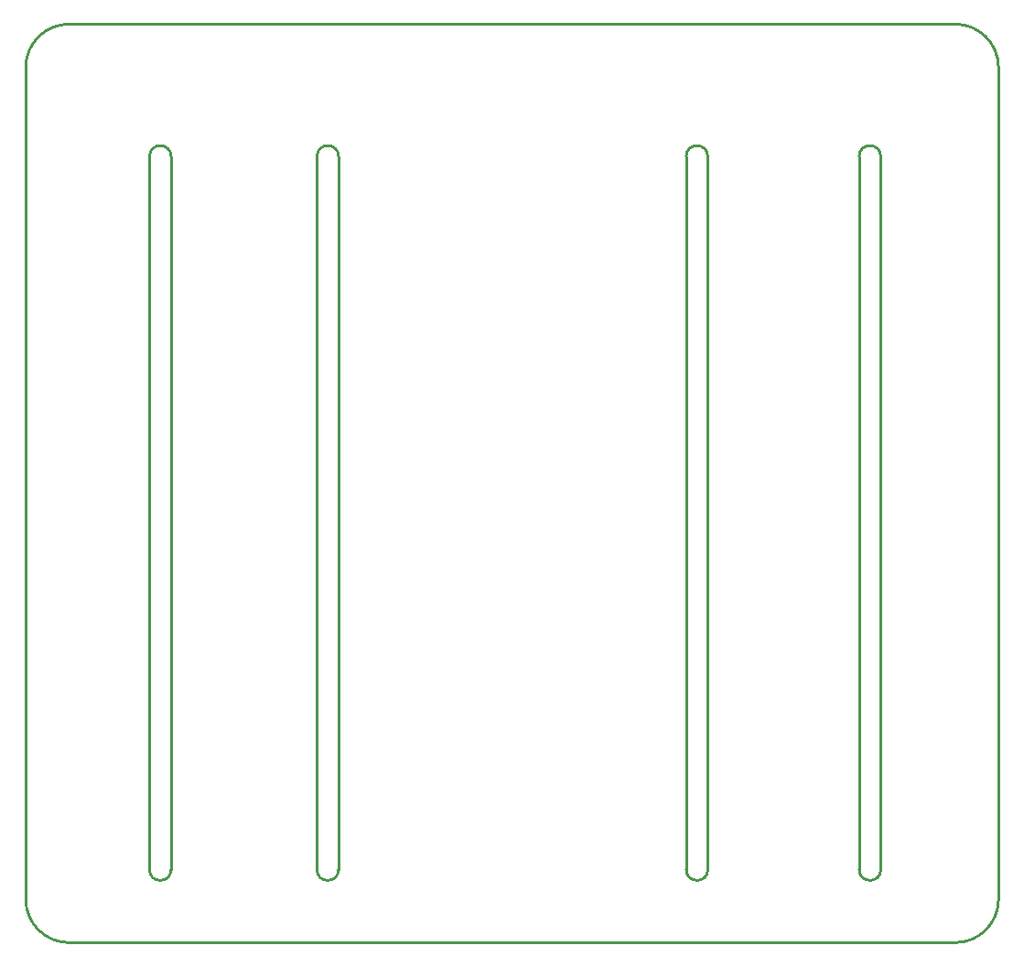
<source format=gko>
G04 Layer: BoardOutline*
G04 EasyEDA v6.3.53, 2020-06-28T18:38:07+02:00*
G04 af82a4ba73104de48942a1140a1abb13,10*
G04 Gerber Generator version 0.2*
G04 Scale: 100 percent, Rotated: No, Reflected: No *
G04 Dimensions in millimeters *
G04 leading zeros omitted , absolute positions ,3 integer and 3 decimal *
%FSLAX33Y33*%
%MOMM*%
G90*
G71D02*

%ADD10C,0.254000*%
G54D10*
G01X3999Y85000D02*
G01X86000Y85000D01*
G01X89999Y80999D02*
G01X89999Y3999D01*
G01X86000Y0D02*
G01X3999Y0D01*
G01X8Y3999D02*
G01X8Y80999D01*
G75*
G01X86000Y85000D02*
G02X90000Y81000I0J-4000D01*
G01*
G75*
G01X90000Y4000D02*
G02X86000Y0I-4000J0D01*
G01*
G75*
G01X4000Y0D02*
G02X0Y4000I0J4000D01*
G01*
G75*
G01X0Y81000D02*
G02X4000Y85000I4000J0D01*
G01*
G01X13446Y72756D02*
G01X13446Y6756D01*
G75*
G01X13446Y6756D02*
G02X11446Y6756I-1000J0D01*
G01*
G01X11446Y6756D02*
G01X11446Y72756D01*
G75*
G01X11446Y72756D02*
G02X13446Y72756I1000J0D01*
G01*
G01X13446Y72756D02*
G01X13446Y72756D01*
G01X28939Y72756D02*
G01X28939Y6756D01*
G75*
G01X28940Y6756D02*
G02X26940Y6756I-1000J0D01*
G01*
G01X26940Y6756D02*
G01X26940Y72756D01*
G75*
G01X26940Y72756D02*
G02X28940Y72756I1000J0D01*
G01*
G01X28939Y72756D02*
G01X28939Y72756D01*
G01X63102Y72756D02*
G01X63102Y6756D01*
G75*
G01X63103Y6756D02*
G02X61103Y6756I-1000J0D01*
G01*
G01X61103Y6756D02*
G01X61103Y72756D01*
G75*
G01X61103Y72756D02*
G02X63103Y72756I1000J0D01*
G01*
G01X63102Y72756D02*
G01X63102Y72756D01*
G01X79104Y72756D02*
G01X79104Y6756D01*
G75*
G01X79105Y6756D02*
G02X77105Y6756I-1000J0D01*
G01*
G01X77104Y6756D02*
G01X77104Y72756D01*
G75*
G01X77105Y72756D02*
G02X79105Y72756I1000J0D01*
G01*
G01X79104Y72756D02*
G01X79104Y72756D01*

%LPD*%
M00*
M02*

</source>
